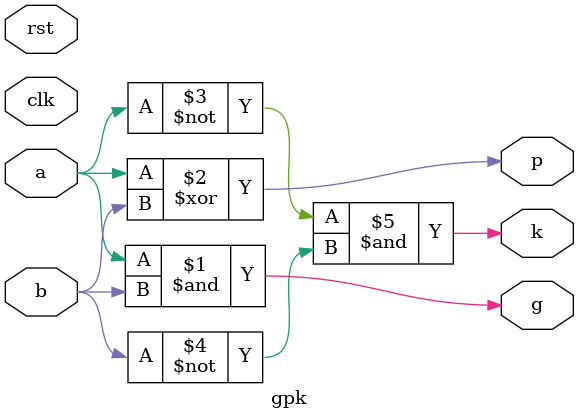
<source format=sv>
module gpk #(
    parameter bit PIPE = 0
) (
    input  logic clk,
    input  logic rst,
    input  logic a,
    input  logic b,
    output logic g,
    output logic p,
    output logic k
);

  generate
    if (PIPE) begin : pipelined
      always_ff @(posedge clk or posedge rst) begin
        if (rst) begin
          g <= 1'b0;
          p <= 1'b0;
          k <= 1'b0;
        end else begin
          g <= a & b;
          p <= a ^ b;
          k <= ~a & ~b;
        end
      end
    end else begin : combinational
      assign g = a & b;
      assign p = a ^ b;
      assign k = ~a & ~b;
    end
  endgenerate

endmodule

</source>
